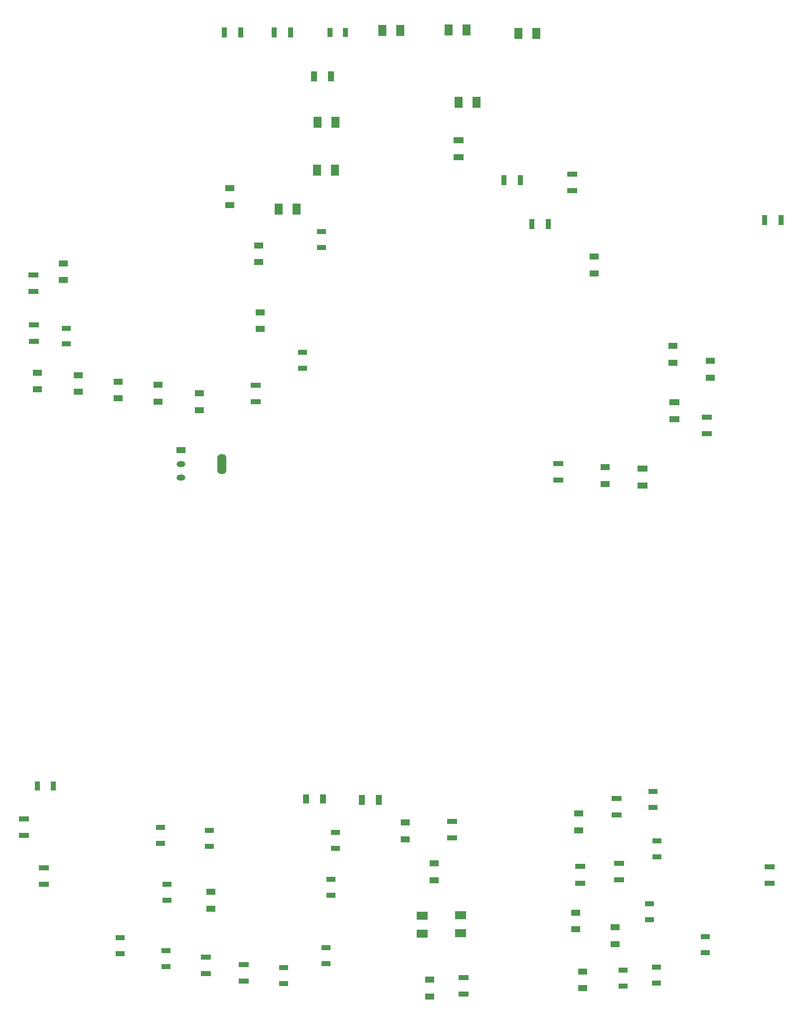
<source format=gtp>
G04*
G04 #@! TF.GenerationSoftware,Altium Limited,Altium Designer,24.1.2 (44)*
G04*
G04 Layer_Color=8421504*
%FSLAX44Y44*%
%MOMM*%
G71*
G04*
G04 #@! TF.SameCoordinates,85EAEC8C-3496-431A-917F-130F63ABBC40*
G04*
G04*
G04 #@! TF.FilePolarity,Positive*
G04*
G01*
G75*
%ADD16R,1.6500X1.1000*%
%ADD17R,1.1000X1.6500*%
%ADD18R,1.6000X0.9000*%
%ADD19R,1.7000X0.9500*%
%ADD20R,1.5042X0.9985*%
G04:AMPARAMS|DCode=21|XSize=1.5042mm|YSize=0.9985mm|CornerRadius=0.4993mm|HoleSize=0mm|Usage=FLASHONLY|Rotation=0.000|XOffset=0mm|YOffset=0mm|HoleType=Round|Shape=RoundedRectangle|*
%AMROUNDEDRECTD21*
21,1,1.5042,0.0000,0,0,0.0*
21,1,0.5057,0.9985,0,0,0.0*
1,1,0.9985,0.2528,0.0000*
1,1,0.9985,-0.2528,0.0000*
1,1,0.9985,-0.2528,0.0000*
1,1,0.9985,0.2528,0.0000*
%
%ADD21ROUNDEDRECTD21*%
G04:AMPARAMS|DCode=22|XSize=1.5042mm|YSize=3.3082mm|CornerRadius=0.4964mm|HoleSize=0mm|Usage=FLASHONLY|Rotation=0.000|XOffset=0mm|YOffset=0mm|HoleType=Round|Shape=RoundedRectangle|*
%AMROUNDEDRECTD22*
21,1,1.5042,2.3155,0,0,0.0*
21,1,0.5114,3.3082,0,0,0.0*
1,1,0.9927,0.2557,-1.1577*
1,1,0.9927,-0.2557,-1.1577*
1,1,0.9927,-0.2557,1.1577*
1,1,0.9927,0.2557,1.1577*
%
%ADD22ROUNDEDRECTD22*%
%ADD23R,1.5500X0.9000*%
%ADD24R,0.9000X1.6000*%
%ADD25R,0.9500X1.7000*%
%ADD26R,1.3561X1.8582*%
%ADD27R,1.1000X1.7000*%
%ADD28R,1.7000X1.1000*%
%ADD29R,1.8582X1.3561*%
D16*
X730918Y-6571D02*
D03*
Y21929D02*
D03*
X433157Y1042318D02*
D03*
Y1070818D02*
D03*
X261648Y805892D02*
D03*
Y834393D02*
D03*
X194183Y811233D02*
D03*
Y839734D02*
D03*
X332202Y791369D02*
D03*
Y819869D02*
D03*
X435452Y928867D02*
D03*
Y957368D02*
D03*
X126695Y822201D02*
D03*
Y850701D02*
D03*
X56675Y826509D02*
D03*
Y855010D02*
D03*
X383955Y1139332D02*
D03*
Y1167832D02*
D03*
X100742Y1011787D02*
D03*
Y1040288D02*
D03*
X1199595Y846153D02*
D03*
Y874654D02*
D03*
X1136255Y871470D02*
D03*
Y899970D02*
D03*
X1021666Y665751D02*
D03*
Y694251D02*
D03*
X1002932Y1022977D02*
D03*
Y1051477D02*
D03*
X976658Y106913D02*
D03*
Y78412D02*
D03*
X681716Y62940D02*
D03*
Y91440D02*
D03*
X722871Y-203422D02*
D03*
Y-174922D02*
D03*
X983517Y-161204D02*
D03*
Y-189704D02*
D03*
X1038283Y-114488D02*
D03*
Y-85988D02*
D03*
X971271Y-89855D02*
D03*
Y-61355D02*
D03*
X351316Y-54710D02*
D03*
Y-26209D02*
D03*
D17*
X541790Y131226D02*
D03*
X513290D02*
D03*
D18*
X539540Y1067531D02*
D03*
Y1094531D02*
D03*
X507099Y862565D02*
D03*
Y889565D02*
D03*
X348758Y51095D02*
D03*
Y78094D02*
D03*
X275408Y-152896D02*
D03*
Y-125897D02*
D03*
X197793Y-130721D02*
D03*
Y-103721D02*
D03*
X266026Y83065D02*
D03*
Y56066D02*
D03*
X277113Y-40313D02*
D03*
Y-13314D02*
D03*
X1102465Y144309D02*
D03*
Y117310D02*
D03*
X1109071Y60594D02*
D03*
Y33594D02*
D03*
X1191577Y-129508D02*
D03*
Y-102509D02*
D03*
X562825Y74903D02*
D03*
Y47903D02*
D03*
X474987Y-181895D02*
D03*
Y-154895D02*
D03*
X547522Y-147541D02*
D03*
Y-120541D02*
D03*
X555966Y-32119D02*
D03*
Y-5120D02*
D03*
X1108125Y-180952D02*
D03*
Y-153952D02*
D03*
X1052048Y-185853D02*
D03*
Y-158853D02*
D03*
X1096693Y-73274D02*
D03*
Y-46274D02*
D03*
D19*
X427863Y833076D02*
D03*
Y805076D02*
D03*
X49926Y992860D02*
D03*
Y1020860D02*
D03*
X50770Y935996D02*
D03*
Y907996D02*
D03*
X67554Y-13374D02*
D03*
Y14626D02*
D03*
X34417Y97778D02*
D03*
Y69778D02*
D03*
X941622Y700247D02*
D03*
Y672247D02*
D03*
X965543Y1191239D02*
D03*
Y1163239D02*
D03*
X1194084Y779336D02*
D03*
Y751336D02*
D03*
X978945Y16883D02*
D03*
Y-11118D02*
D03*
X761740Y65476D02*
D03*
Y93476D02*
D03*
X1045249Y22599D02*
D03*
Y-5401D02*
D03*
X1040677Y104344D02*
D03*
Y132344D02*
D03*
X781173Y-171743D02*
D03*
Y-199743D02*
D03*
X1300670Y16734D02*
D03*
Y-11266D02*
D03*
X407608Y-177277D02*
D03*
Y-149277D02*
D03*
X342787Y-136484D02*
D03*
Y-164484D02*
D03*
D20*
X301076Y722969D02*
D03*
D21*
Y699969D02*
D03*
Y676969D02*
D03*
D22*
X370076Y699969D02*
D03*
D23*
X106448Y929843D02*
D03*
Y903344D02*
D03*
D24*
X83607Y153755D02*
D03*
X56607D02*
D03*
X580508Y1432185D02*
D03*
X553508D02*
D03*
D25*
X374626D02*
D03*
X402626D02*
D03*
X487358Y1432185D02*
D03*
X459357D02*
D03*
X1292477Y1113426D02*
D03*
X1320477D02*
D03*
X897160Y1106994D02*
D03*
X925160D02*
D03*
X849575Y1181771D02*
D03*
X877574D02*
D03*
D26*
X642425Y1435157D02*
D03*
X672947D02*
D03*
X755401Y1436644D02*
D03*
X785923D02*
D03*
X772074Y1313728D02*
D03*
X802595D02*
D03*
X874323Y1430698D02*
D03*
X904844D02*
D03*
X532685Y1279580D02*
D03*
X563206D02*
D03*
X466642Y1132123D02*
D03*
X497163D02*
D03*
X532286Y1198674D02*
D03*
X562808D02*
D03*
D27*
X555668Y1357876D02*
D03*
X526668D02*
D03*
X636771Y129776D02*
D03*
X607771D02*
D03*
D28*
X772074Y1220436D02*
D03*
Y1249436D02*
D03*
X1084557Y662964D02*
D03*
Y691965D02*
D03*
X1138972Y775636D02*
D03*
Y804637D02*
D03*
D29*
X710296Y-66452D02*
D03*
Y-96973D02*
D03*
X775458Y-95830D02*
D03*
Y-65309D02*
D03*
M02*

</source>
